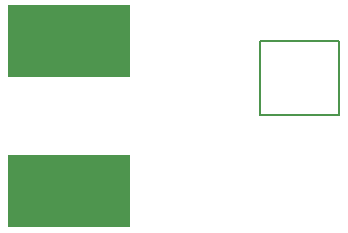
<source format=gbr>
%TF.GenerationSoftware,Altium Limited,Altium Designer,20.0.11 (256)*%
G04 Layer_Color=32896*
%FSLAX26Y26*%
%MOIN*%
%TF.FileFunction,Other,Bottom_Courtyard*%
%TF.Part,Single*%
G01*
G75*
%TA.AperFunction,NonConductor*%
%ADD29C,0.007874*%
G36*
X165004Y295000D02*
X572004D01*
Y55000D01*
X165004D01*
Y295000D01*
D02*
G37*
G36*
Y795000D02*
X572004D01*
Y555000D01*
X165004D01*
Y795000D01*
D02*
G37*
D29*
X1002500Y430000D02*
Y675000D01*
Y430000D02*
X1267500D01*
Y675000D01*
X1002500D02*
X1267500D01*
%TF.MD5,4c2dbc6123d4041c7f9ee2384c394ae5*%
M02*

</source>
